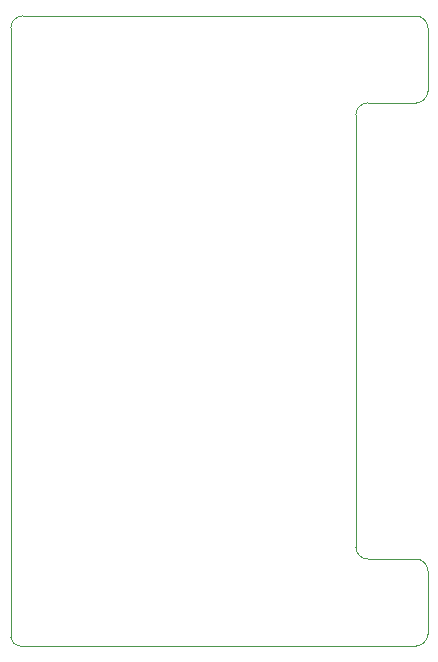
<source format=gm1>
%TF.GenerationSoftware,KiCad,Pcbnew,9.0.4*%
%TF.CreationDate,2025-09-23T18:33:03+01:00*%
%TF.ProjectId,Breadboard Power Supply,42726561-6462-46f6-9172-6420506f7765,v1.0*%
%TF.SameCoordinates,Original*%
%TF.FileFunction,Profile,NP*%
%FSLAX46Y46*%
G04 Gerber Fmt 4.6, Leading zero omitted, Abs format (unit mm)*
G04 Created by KiCad (PCBNEW 9.0.4) date 2025-09-23 18:33:03*
%MOMM*%
%LPD*%
G01*
G04 APERTURE LIST*
%TA.AperFunction,Profile*%
%ADD10C,0.050000*%
%TD*%
G04 APERTURE END LIST*
D10*
X162915600Y-113792000D02*
X158851600Y-113792000D01*
X163931600Y-120142000D02*
X163931600Y-114808000D01*
X163931600Y-74168000D02*
X163931600Y-68834000D01*
X162915600Y-113792000D02*
G75*
G02*
X163931600Y-114808000I0J-1016000D01*
G01*
X158851600Y-113792000D02*
G75*
G02*
X157835600Y-112776000I0J1016000D01*
G01*
X162915600Y-67818000D02*
X129641600Y-67818000D01*
X129387600Y-121158000D02*
G75*
G02*
X128625600Y-120396000I0J762000D01*
G01*
X128625600Y-68834000D02*
X128625600Y-120396000D01*
X157835600Y-112776000D02*
X157835600Y-76200000D01*
X129387600Y-121158000D02*
X162915600Y-121158000D01*
X163931600Y-120142000D02*
G75*
G02*
X162915600Y-121158000I-1016000J0D01*
G01*
X163931600Y-74168000D02*
G75*
G02*
X162915600Y-75184000I-1016000J0D01*
G01*
X128625600Y-68834000D02*
G75*
G02*
X129641600Y-67818000I1016000J0D01*
G01*
X158851600Y-75184000D02*
X162915600Y-75184000D01*
X157835600Y-76200000D02*
G75*
G02*
X158851600Y-75184000I1016000J0D01*
G01*
X162915600Y-67818000D02*
G75*
G02*
X163931600Y-68834000I0J-1016000D01*
G01*
M02*

</source>
